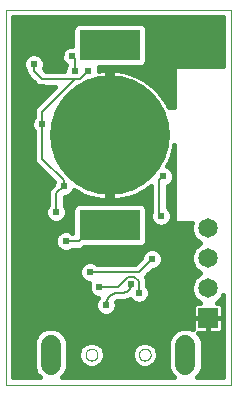
<source format=gbl>
G75*
%MOIN*%
%OFA0B0*%
%FSLAX25Y25*%
%IPPOS*%
%LPD*%
%AMOC8*
5,1,8,0,0,1.08239X$1,22.5*
%
%ADD10C,0.00000*%
%ADD11C,0.06600*%
%ADD12R,0.06500X0.06500*%
%ADD13C,0.06500*%
%ADD14C,0.40000*%
%ADD15R,0.20000X0.10000*%
%ADD16C,0.01600*%
%ADD17C,0.02400*%
%ADD18C,0.02775*%
%ADD19C,0.00800*%
D10*
X0021345Y0060541D02*
X0021345Y0185541D01*
X0096345Y0185541D01*
X0096345Y0060541D01*
X0021345Y0060541D01*
X0048018Y0070541D02*
X0048020Y0070629D01*
X0048026Y0070717D01*
X0048036Y0070805D01*
X0048050Y0070893D01*
X0048067Y0070979D01*
X0048089Y0071065D01*
X0048114Y0071149D01*
X0048144Y0071233D01*
X0048176Y0071315D01*
X0048213Y0071395D01*
X0048253Y0071474D01*
X0048297Y0071551D01*
X0048344Y0071626D01*
X0048394Y0071698D01*
X0048448Y0071769D01*
X0048504Y0071836D01*
X0048564Y0071902D01*
X0048626Y0071964D01*
X0048692Y0072024D01*
X0048759Y0072080D01*
X0048830Y0072134D01*
X0048902Y0072184D01*
X0048977Y0072231D01*
X0049054Y0072275D01*
X0049133Y0072315D01*
X0049213Y0072352D01*
X0049295Y0072384D01*
X0049379Y0072414D01*
X0049463Y0072439D01*
X0049549Y0072461D01*
X0049635Y0072478D01*
X0049723Y0072492D01*
X0049811Y0072502D01*
X0049899Y0072508D01*
X0049987Y0072510D01*
X0050075Y0072508D01*
X0050163Y0072502D01*
X0050251Y0072492D01*
X0050339Y0072478D01*
X0050425Y0072461D01*
X0050511Y0072439D01*
X0050595Y0072414D01*
X0050679Y0072384D01*
X0050761Y0072352D01*
X0050841Y0072315D01*
X0050920Y0072275D01*
X0050997Y0072231D01*
X0051072Y0072184D01*
X0051144Y0072134D01*
X0051215Y0072080D01*
X0051282Y0072024D01*
X0051348Y0071964D01*
X0051410Y0071902D01*
X0051470Y0071836D01*
X0051526Y0071769D01*
X0051580Y0071698D01*
X0051630Y0071626D01*
X0051677Y0071551D01*
X0051721Y0071474D01*
X0051761Y0071395D01*
X0051798Y0071315D01*
X0051830Y0071233D01*
X0051860Y0071149D01*
X0051885Y0071065D01*
X0051907Y0070979D01*
X0051924Y0070893D01*
X0051938Y0070805D01*
X0051948Y0070717D01*
X0051954Y0070629D01*
X0051956Y0070541D01*
X0051954Y0070453D01*
X0051948Y0070365D01*
X0051938Y0070277D01*
X0051924Y0070189D01*
X0051907Y0070103D01*
X0051885Y0070017D01*
X0051860Y0069933D01*
X0051830Y0069849D01*
X0051798Y0069767D01*
X0051761Y0069687D01*
X0051721Y0069608D01*
X0051677Y0069531D01*
X0051630Y0069456D01*
X0051580Y0069384D01*
X0051526Y0069313D01*
X0051470Y0069246D01*
X0051410Y0069180D01*
X0051348Y0069118D01*
X0051282Y0069058D01*
X0051215Y0069002D01*
X0051144Y0068948D01*
X0051072Y0068898D01*
X0050997Y0068851D01*
X0050920Y0068807D01*
X0050841Y0068767D01*
X0050761Y0068730D01*
X0050679Y0068698D01*
X0050595Y0068668D01*
X0050511Y0068643D01*
X0050425Y0068621D01*
X0050339Y0068604D01*
X0050251Y0068590D01*
X0050163Y0068580D01*
X0050075Y0068574D01*
X0049987Y0068572D01*
X0049899Y0068574D01*
X0049811Y0068580D01*
X0049723Y0068590D01*
X0049635Y0068604D01*
X0049549Y0068621D01*
X0049463Y0068643D01*
X0049379Y0068668D01*
X0049295Y0068698D01*
X0049213Y0068730D01*
X0049133Y0068767D01*
X0049054Y0068807D01*
X0048977Y0068851D01*
X0048902Y0068898D01*
X0048830Y0068948D01*
X0048759Y0069002D01*
X0048692Y0069058D01*
X0048626Y0069118D01*
X0048564Y0069180D01*
X0048504Y0069246D01*
X0048448Y0069313D01*
X0048394Y0069384D01*
X0048344Y0069456D01*
X0048297Y0069531D01*
X0048253Y0069608D01*
X0048213Y0069687D01*
X0048176Y0069767D01*
X0048144Y0069849D01*
X0048114Y0069933D01*
X0048089Y0070017D01*
X0048067Y0070103D01*
X0048050Y0070189D01*
X0048036Y0070277D01*
X0048026Y0070365D01*
X0048020Y0070453D01*
X0048018Y0070541D01*
X0065734Y0070541D02*
X0065736Y0070629D01*
X0065742Y0070717D01*
X0065752Y0070805D01*
X0065766Y0070893D01*
X0065783Y0070979D01*
X0065805Y0071065D01*
X0065830Y0071149D01*
X0065860Y0071233D01*
X0065892Y0071315D01*
X0065929Y0071395D01*
X0065969Y0071474D01*
X0066013Y0071551D01*
X0066060Y0071626D01*
X0066110Y0071698D01*
X0066164Y0071769D01*
X0066220Y0071836D01*
X0066280Y0071902D01*
X0066342Y0071964D01*
X0066408Y0072024D01*
X0066475Y0072080D01*
X0066546Y0072134D01*
X0066618Y0072184D01*
X0066693Y0072231D01*
X0066770Y0072275D01*
X0066849Y0072315D01*
X0066929Y0072352D01*
X0067011Y0072384D01*
X0067095Y0072414D01*
X0067179Y0072439D01*
X0067265Y0072461D01*
X0067351Y0072478D01*
X0067439Y0072492D01*
X0067527Y0072502D01*
X0067615Y0072508D01*
X0067703Y0072510D01*
X0067791Y0072508D01*
X0067879Y0072502D01*
X0067967Y0072492D01*
X0068055Y0072478D01*
X0068141Y0072461D01*
X0068227Y0072439D01*
X0068311Y0072414D01*
X0068395Y0072384D01*
X0068477Y0072352D01*
X0068557Y0072315D01*
X0068636Y0072275D01*
X0068713Y0072231D01*
X0068788Y0072184D01*
X0068860Y0072134D01*
X0068931Y0072080D01*
X0068998Y0072024D01*
X0069064Y0071964D01*
X0069126Y0071902D01*
X0069186Y0071836D01*
X0069242Y0071769D01*
X0069296Y0071698D01*
X0069346Y0071626D01*
X0069393Y0071551D01*
X0069437Y0071474D01*
X0069477Y0071395D01*
X0069514Y0071315D01*
X0069546Y0071233D01*
X0069576Y0071149D01*
X0069601Y0071065D01*
X0069623Y0070979D01*
X0069640Y0070893D01*
X0069654Y0070805D01*
X0069664Y0070717D01*
X0069670Y0070629D01*
X0069672Y0070541D01*
X0069670Y0070453D01*
X0069664Y0070365D01*
X0069654Y0070277D01*
X0069640Y0070189D01*
X0069623Y0070103D01*
X0069601Y0070017D01*
X0069576Y0069933D01*
X0069546Y0069849D01*
X0069514Y0069767D01*
X0069477Y0069687D01*
X0069437Y0069608D01*
X0069393Y0069531D01*
X0069346Y0069456D01*
X0069296Y0069384D01*
X0069242Y0069313D01*
X0069186Y0069246D01*
X0069126Y0069180D01*
X0069064Y0069118D01*
X0068998Y0069058D01*
X0068931Y0069002D01*
X0068860Y0068948D01*
X0068788Y0068898D01*
X0068713Y0068851D01*
X0068636Y0068807D01*
X0068557Y0068767D01*
X0068477Y0068730D01*
X0068395Y0068698D01*
X0068311Y0068668D01*
X0068227Y0068643D01*
X0068141Y0068621D01*
X0068055Y0068604D01*
X0067967Y0068590D01*
X0067879Y0068580D01*
X0067791Y0068574D01*
X0067703Y0068572D01*
X0067615Y0068574D01*
X0067527Y0068580D01*
X0067439Y0068590D01*
X0067351Y0068604D01*
X0067265Y0068621D01*
X0067179Y0068643D01*
X0067095Y0068668D01*
X0067011Y0068698D01*
X0066929Y0068730D01*
X0066849Y0068767D01*
X0066770Y0068807D01*
X0066693Y0068851D01*
X0066618Y0068898D01*
X0066546Y0068948D01*
X0066475Y0069002D01*
X0066408Y0069058D01*
X0066342Y0069118D01*
X0066280Y0069180D01*
X0066220Y0069246D01*
X0066164Y0069313D01*
X0066110Y0069384D01*
X0066060Y0069456D01*
X0066013Y0069531D01*
X0065969Y0069608D01*
X0065929Y0069687D01*
X0065892Y0069767D01*
X0065860Y0069849D01*
X0065830Y0069933D01*
X0065805Y0070017D01*
X0065783Y0070103D01*
X0065766Y0070189D01*
X0065752Y0070277D01*
X0065742Y0070365D01*
X0065736Y0070453D01*
X0065734Y0070541D01*
D11*
X0081286Y0067241D02*
X0081286Y0073841D01*
X0036404Y0073841D02*
X0036404Y0067241D01*
D12*
X0088845Y0082729D03*
D13*
X0088845Y0092729D03*
X0088845Y0102729D03*
X0088845Y0112729D03*
D14*
X0056033Y0143666D03*
D15*
X0056033Y0173666D03*
X0056033Y0113666D03*
D16*
X0056833Y0121866D02*
X0056889Y0121866D01*
X0058597Y0122001D01*
X0060289Y0122269D01*
X0061955Y0122669D01*
X0063584Y0123198D01*
X0065166Y0123854D01*
X0066693Y0124631D01*
X0068153Y0125526D01*
X0069539Y0126533D01*
X0069795Y0126752D01*
X0069795Y0117930D01*
X0069620Y0117507D01*
X0069620Y0116075D01*
X0070168Y0114752D01*
X0071181Y0113739D01*
X0072504Y0113191D01*
X0073936Y0113191D01*
X0075259Y0113739D01*
X0076272Y0114752D01*
X0076820Y0116075D01*
X0076820Y0117507D01*
X0076272Y0118831D01*
X0075395Y0119708D01*
X0075395Y0126662D01*
X0075884Y0126864D01*
X0076897Y0127877D01*
X0077445Y0129200D01*
X0077445Y0130632D01*
X0076897Y0131956D01*
X0075884Y0132968D01*
X0075194Y0133254D01*
X0075845Y0134533D01*
X0076501Y0136115D01*
X0077030Y0137744D01*
X0077430Y0139410D01*
X0077595Y0140451D01*
X0077595Y0114291D01*
X0083377Y0114291D01*
X0083195Y0113853D01*
X0083195Y0111605D01*
X0084055Y0109528D01*
X0085645Y0107939D01*
X0086152Y0107729D01*
X0085645Y0107519D01*
X0084055Y0105929D01*
X0083195Y0103853D01*
X0083195Y0101605D01*
X0084055Y0099528D01*
X0085645Y0097939D01*
X0086152Y0097729D01*
X0085645Y0097519D01*
X0084055Y0095929D01*
X0083195Y0093853D01*
X0083195Y0091605D01*
X0084055Y0089528D01*
X0085645Y0087939D01*
X0086031Y0087779D01*
X0085358Y0087779D01*
X0084900Y0087656D01*
X0084490Y0087419D01*
X0084155Y0087084D01*
X0083918Y0086674D01*
X0083795Y0086216D01*
X0083795Y0082804D01*
X0088770Y0082804D01*
X0088770Y0082654D01*
X0083795Y0082654D01*
X0083795Y0079242D01*
X0083877Y0078938D01*
X0082420Y0079541D01*
X0080152Y0079541D01*
X0078057Y0078674D01*
X0076454Y0077070D01*
X0075586Y0074975D01*
X0075586Y0066108D01*
X0076454Y0064013D01*
X0077525Y0062941D01*
X0040165Y0062941D01*
X0041236Y0064013D01*
X0042104Y0066108D01*
X0042104Y0074975D01*
X0041236Y0077070D01*
X0039633Y0078674D01*
X0037538Y0079541D01*
X0035270Y0079541D01*
X0033175Y0078674D01*
X0031572Y0077070D01*
X0030704Y0074975D01*
X0030704Y0066108D01*
X0031572Y0064013D01*
X0032643Y0062941D01*
X0023745Y0062941D01*
X0023745Y0183141D01*
X0093945Y0183141D01*
X0093945Y0166791D01*
X0077595Y0166791D01*
X0077595Y0153041D01*
X0075723Y0153041D01*
X0075068Y0154326D01*
X0074173Y0155787D01*
X0073166Y0157173D01*
X0072053Y0158476D01*
X0070842Y0159687D01*
X0069539Y0160799D01*
X0068153Y0161806D01*
X0066693Y0162701D01*
X0065166Y0163479D01*
X0063584Y0164135D01*
X0061955Y0164664D01*
X0060289Y0165064D01*
X0058597Y0165332D01*
X0056889Y0165466D01*
X0056833Y0165466D01*
X0056833Y0144466D01*
X0055233Y0144466D01*
X0055233Y0165466D01*
X0055176Y0165466D01*
X0053468Y0165332D01*
X0052445Y0165170D01*
X0052445Y0165945D01*
X0052312Y0166266D01*
X0066510Y0166266D01*
X0067392Y0166632D01*
X0068067Y0167307D01*
X0068433Y0168189D01*
X0068433Y0179144D01*
X0068067Y0180026D01*
X0067392Y0180701D01*
X0066510Y0181066D01*
X0045555Y0181066D01*
X0044673Y0180701D01*
X0043998Y0180026D01*
X0043633Y0179144D01*
X0043633Y0173516D01*
X0042817Y0173516D01*
X0041493Y0172968D01*
X0040481Y0171956D01*
X0039933Y0170632D01*
X0039933Y0169200D01*
X0040481Y0167877D01*
X0041414Y0166944D01*
X0040870Y0165632D01*
X0040870Y0165216D01*
X0034692Y0165216D01*
X0033995Y0165914D01*
X0034320Y0166700D01*
X0034320Y0168132D01*
X0033772Y0169456D01*
X0032759Y0170468D01*
X0031436Y0171016D01*
X0030004Y0171016D01*
X0028681Y0170468D01*
X0027668Y0169456D01*
X0027120Y0168132D01*
X0027120Y0166700D01*
X0027668Y0165377D01*
X0027920Y0165125D01*
X0027920Y0164672D01*
X0028346Y0163643D01*
X0029134Y0162855D01*
X0031947Y0160043D01*
X0032976Y0159616D01*
X0037710Y0159616D01*
X0031159Y0153065D01*
X0030733Y0152036D01*
X0030733Y0149708D01*
X0030481Y0149456D01*
X0029933Y0148132D01*
X0029933Y0146700D01*
X0030481Y0145377D01*
X0030733Y0145125D01*
X0030733Y0135297D01*
X0031159Y0134268D01*
X0037354Y0128072D01*
X0037120Y0127507D01*
X0037120Y0127151D01*
X0035846Y0125877D01*
X0035420Y0124848D01*
X0035420Y0120332D01*
X0035168Y0120081D01*
X0034620Y0118757D01*
X0034620Y0117325D01*
X0035168Y0116002D01*
X0036181Y0114989D01*
X0037504Y0114441D01*
X0038936Y0114441D01*
X0040259Y0114989D01*
X0041272Y0116002D01*
X0041820Y0117325D01*
X0041820Y0118757D01*
X0041272Y0120081D01*
X0041020Y0120332D01*
X0041020Y0123132D01*
X0041080Y0123191D01*
X0041436Y0123191D01*
X0042759Y0123739D01*
X0043772Y0124752D01*
X0044056Y0125438D01*
X0045372Y0124631D01*
X0046899Y0123854D01*
X0048481Y0123198D01*
X0050111Y0122669D01*
X0051776Y0122269D01*
X0053468Y0122001D01*
X0055176Y0121866D01*
X0055233Y0121866D01*
X0055233Y0142866D01*
X0056833Y0142866D01*
X0056833Y0121866D01*
X0056833Y0122883D02*
X0055233Y0122883D01*
X0055233Y0124482D02*
X0056833Y0124482D01*
X0056833Y0126080D02*
X0055233Y0126080D01*
X0055233Y0127679D02*
X0056833Y0127679D01*
X0056833Y0129277D02*
X0055233Y0129277D01*
X0055233Y0130876D02*
X0056833Y0130876D01*
X0056833Y0132474D02*
X0055233Y0132474D01*
X0055233Y0134073D02*
X0056833Y0134073D01*
X0056833Y0135671D02*
X0055233Y0135671D01*
X0055233Y0137270D02*
X0056833Y0137270D01*
X0056833Y0138868D02*
X0055233Y0138868D01*
X0055233Y0140467D02*
X0056833Y0140467D01*
X0056833Y0142065D02*
X0055233Y0142065D01*
X0055233Y0145262D02*
X0056833Y0145262D01*
X0056833Y0146861D02*
X0055233Y0146861D01*
X0055233Y0148459D02*
X0056833Y0148459D01*
X0056833Y0150058D02*
X0055233Y0150058D01*
X0055233Y0151656D02*
X0056833Y0151656D01*
X0056833Y0153255D02*
X0055233Y0153255D01*
X0055233Y0154854D02*
X0056833Y0154854D01*
X0056833Y0156452D02*
X0055233Y0156452D01*
X0055233Y0158051D02*
X0056833Y0158051D01*
X0056833Y0159649D02*
X0055233Y0159649D01*
X0055233Y0161248D02*
X0056833Y0161248D01*
X0056833Y0162846D02*
X0055233Y0162846D01*
X0055233Y0164445D02*
X0056833Y0164445D01*
X0052404Y0166043D02*
X0077595Y0166043D01*
X0077595Y0164445D02*
X0062630Y0164445D01*
X0066409Y0162846D02*
X0077595Y0162846D01*
X0077595Y0161248D02*
X0068923Y0161248D01*
X0070880Y0159649D02*
X0077595Y0159649D01*
X0077595Y0158051D02*
X0072416Y0158051D01*
X0073690Y0156452D02*
X0077595Y0156452D01*
X0077595Y0154854D02*
X0074745Y0154854D01*
X0075614Y0153255D02*
X0077595Y0153255D01*
X0077595Y0138868D02*
X0077300Y0138868D01*
X0077595Y0137270D02*
X0076876Y0137270D01*
X0076317Y0135671D02*
X0077595Y0135671D01*
X0077595Y0134073D02*
X0075611Y0134073D01*
X0076378Y0132474D02*
X0077595Y0132474D01*
X0077595Y0130876D02*
X0077344Y0130876D01*
X0077445Y0129277D02*
X0077595Y0129277D01*
X0077595Y0127679D02*
X0076699Y0127679D01*
X0077595Y0126080D02*
X0075395Y0126080D01*
X0075395Y0124482D02*
X0077595Y0124482D01*
X0077595Y0122883D02*
X0075395Y0122883D01*
X0075395Y0121285D02*
X0077595Y0121285D01*
X0077595Y0119686D02*
X0075416Y0119686D01*
X0076580Y0118088D02*
X0077595Y0118088D01*
X0077595Y0116489D02*
X0076820Y0116489D01*
X0076329Y0114891D02*
X0077595Y0114891D01*
X0074180Y0113292D02*
X0083195Y0113292D01*
X0083195Y0111694D02*
X0068433Y0111694D01*
X0068433Y0113292D02*
X0072261Y0113292D01*
X0070111Y0114891D02*
X0068433Y0114891D01*
X0068433Y0116489D02*
X0069620Y0116489D01*
X0069795Y0118088D02*
X0068433Y0118088D01*
X0068433Y0119144D02*
X0068067Y0120026D01*
X0067392Y0120701D01*
X0066510Y0121066D01*
X0045555Y0121066D01*
X0044673Y0120701D01*
X0043998Y0120026D01*
X0043633Y0119144D01*
X0043633Y0111157D01*
X0043384Y0111406D01*
X0042061Y0111954D01*
X0040629Y0111954D01*
X0039306Y0111406D01*
X0038293Y0110393D01*
X0037745Y0109070D01*
X0037745Y0107638D01*
X0038293Y0106315D01*
X0039306Y0105302D01*
X0040629Y0104754D01*
X0042061Y0104754D01*
X0043384Y0105302D01*
X0043636Y0105554D01*
X0046277Y0105554D01*
X0047306Y0105980D01*
X0047592Y0106266D01*
X0066510Y0106266D01*
X0067392Y0106632D01*
X0068067Y0107307D01*
X0068433Y0108189D01*
X0068433Y0119144D01*
X0068208Y0119686D02*
X0069795Y0119686D01*
X0069795Y0121285D02*
X0041020Y0121285D01*
X0041020Y0122883D02*
X0049450Y0122883D01*
X0045666Y0124482D02*
X0043502Y0124482D01*
X0043857Y0119686D02*
X0041435Y0119686D01*
X0041820Y0118088D02*
X0043633Y0118088D01*
X0043633Y0116489D02*
X0041474Y0116489D01*
X0040021Y0114891D02*
X0043633Y0114891D01*
X0043633Y0113292D02*
X0023745Y0113292D01*
X0023745Y0111694D02*
X0040001Y0111694D01*
X0038170Y0110095D02*
X0023745Y0110095D01*
X0023745Y0108497D02*
X0037745Y0108497D01*
X0038051Y0106898D02*
X0023745Y0106898D01*
X0023745Y0105300D02*
X0039311Y0105300D01*
X0043379Y0105300D02*
X0067887Y0105300D01*
X0068056Y0105468D02*
X0067043Y0104456D01*
X0066495Y0103132D01*
X0066495Y0102776D01*
X0064560Y0100841D01*
X0051761Y0100841D01*
X0051509Y0101093D01*
X0050186Y0101641D01*
X0048754Y0101641D01*
X0047431Y0101093D01*
X0046418Y0100081D01*
X0045870Y0098757D01*
X0045870Y0097325D01*
X0046418Y0096002D01*
X0047431Y0094989D01*
X0048754Y0094441D01*
X0049278Y0094441D01*
X0048995Y0093757D01*
X0048995Y0092325D01*
X0049543Y0091002D01*
X0050556Y0089989D01*
X0051879Y0089441D01*
X0052029Y0089441D01*
X0051731Y0089143D01*
X0051183Y0087820D01*
X0051183Y0086388D01*
X0051731Y0085065D01*
X0052743Y0084052D01*
X0054067Y0083504D01*
X0055499Y0083504D01*
X0056822Y0084052D01*
X0057835Y0085065D01*
X0058383Y0086388D01*
X0058383Y0087820D01*
X0058230Y0088189D01*
X0058599Y0088342D01*
X0058845Y0088366D01*
X0060031Y0088366D01*
X0061110Y0088317D01*
X0061110Y0088317D01*
X0062849Y0088946D01*
X0063681Y0088114D01*
X0065004Y0087566D01*
X0066436Y0087566D01*
X0067759Y0088114D01*
X0068772Y0089127D01*
X0069320Y0090450D01*
X0069320Y0091882D01*
X0068772Y0093206D01*
X0068520Y0093458D01*
X0068520Y0095473D01*
X0068108Y0096469D01*
X0070455Y0098816D01*
X0070811Y0098816D01*
X0072134Y0099364D01*
X0073147Y0100377D01*
X0073695Y0101700D01*
X0073695Y0103132D01*
X0073147Y0104456D01*
X0072134Y0105468D01*
X0070811Y0106016D01*
X0069379Y0106016D01*
X0068056Y0105468D01*
X0067659Y0106898D02*
X0085024Y0106898D01*
X0085087Y0108497D02*
X0068433Y0108497D01*
X0068433Y0110095D02*
X0083821Y0110095D01*
X0083795Y0105300D02*
X0072303Y0105300D01*
X0073460Y0103701D02*
X0083195Y0103701D01*
X0083195Y0102103D02*
X0073695Y0102103D01*
X0073200Y0100504D02*
X0083651Y0100504D01*
X0084678Y0098906D02*
X0071027Y0098906D01*
X0068946Y0097307D02*
X0085433Y0097307D01*
X0083964Y0095709D02*
X0068423Y0095709D01*
X0068520Y0094110D02*
X0083302Y0094110D01*
X0083195Y0092512D02*
X0069060Y0092512D01*
X0069320Y0090913D02*
X0083482Y0090913D01*
X0084269Y0089315D02*
X0068850Y0089315D01*
X0066798Y0087716D02*
X0085124Y0087716D01*
X0083795Y0086118D02*
X0058271Y0086118D01*
X0058383Y0087716D02*
X0064643Y0087716D01*
X0057289Y0084519D02*
X0083795Y0084519D01*
X0083795Y0082920D02*
X0023745Y0082920D01*
X0023745Y0081322D02*
X0083795Y0081322D01*
X0083795Y0079723D02*
X0023745Y0079723D01*
X0023745Y0078125D02*
X0032627Y0078125D01*
X0031347Y0076526D02*
X0023745Y0076526D01*
X0023745Y0074928D02*
X0030704Y0074928D01*
X0030704Y0073329D02*
X0023745Y0073329D01*
X0023745Y0071731D02*
X0030704Y0071731D01*
X0030704Y0070132D02*
X0023745Y0070132D01*
X0023745Y0068534D02*
X0030704Y0068534D01*
X0030704Y0066935D02*
X0023745Y0066935D01*
X0023745Y0065337D02*
X0031023Y0065337D01*
X0031846Y0063738D02*
X0023745Y0063738D01*
X0023745Y0084519D02*
X0052276Y0084519D01*
X0051295Y0086118D02*
X0023745Y0086118D01*
X0023745Y0087716D02*
X0051183Y0087716D01*
X0051902Y0089315D02*
X0023745Y0089315D01*
X0023745Y0090913D02*
X0049632Y0090913D01*
X0048995Y0092512D02*
X0023745Y0092512D01*
X0023745Y0094110D02*
X0049141Y0094110D01*
X0046712Y0095709D02*
X0023745Y0095709D01*
X0023745Y0097307D02*
X0045878Y0097307D01*
X0045932Y0098906D02*
X0023745Y0098906D01*
X0023745Y0100504D02*
X0046842Y0100504D01*
X0043633Y0111694D02*
X0042689Y0111694D01*
X0036419Y0114891D02*
X0023745Y0114891D01*
X0023745Y0116489D02*
X0034966Y0116489D01*
X0034620Y0118088D02*
X0023745Y0118088D01*
X0023745Y0119686D02*
X0035005Y0119686D01*
X0035420Y0121285D02*
X0023745Y0121285D01*
X0023745Y0122883D02*
X0035420Y0122883D01*
X0035420Y0124482D02*
X0023745Y0124482D01*
X0023745Y0126080D02*
X0036049Y0126080D01*
X0037191Y0127679D02*
X0023745Y0127679D01*
X0023745Y0129277D02*
X0036149Y0129277D01*
X0034551Y0130876D02*
X0023745Y0130876D01*
X0023745Y0132474D02*
X0032952Y0132474D01*
X0031354Y0134073D02*
X0023745Y0134073D01*
X0023745Y0135671D02*
X0030733Y0135671D01*
X0030733Y0137270D02*
X0023745Y0137270D01*
X0023745Y0138868D02*
X0030733Y0138868D01*
X0030733Y0140467D02*
X0023745Y0140467D01*
X0023745Y0142065D02*
X0030733Y0142065D01*
X0030733Y0143664D02*
X0023745Y0143664D01*
X0023745Y0145262D02*
X0030595Y0145262D01*
X0029933Y0146861D02*
X0023745Y0146861D01*
X0023745Y0148459D02*
X0030068Y0148459D01*
X0030733Y0150058D02*
X0023745Y0150058D01*
X0023745Y0151656D02*
X0030733Y0151656D01*
X0031349Y0153255D02*
X0023745Y0153255D01*
X0023745Y0154854D02*
X0032948Y0154854D01*
X0034546Y0156452D02*
X0023745Y0156452D01*
X0023745Y0158051D02*
X0036145Y0158051D01*
X0032897Y0159649D02*
X0023745Y0159649D01*
X0023745Y0161248D02*
X0030742Y0161248D01*
X0029143Y0162846D02*
X0023745Y0162846D01*
X0023745Y0164445D02*
X0028014Y0164445D01*
X0027392Y0166043D02*
X0023745Y0166043D01*
X0023745Y0167642D02*
X0027120Y0167642D01*
X0027579Y0169240D02*
X0023745Y0169240D01*
X0023745Y0170839D02*
X0029575Y0170839D01*
X0031865Y0170839D02*
X0040018Y0170839D01*
X0039933Y0169240D02*
X0033861Y0169240D01*
X0034320Y0167642D02*
X0040716Y0167642D01*
X0041040Y0166043D02*
X0034048Y0166043D01*
X0040962Y0172437D02*
X0023745Y0172437D01*
X0023745Y0174036D02*
X0043633Y0174036D01*
X0043633Y0175634D02*
X0023745Y0175634D01*
X0023745Y0177233D02*
X0043633Y0177233D01*
X0043633Y0178831D02*
X0023745Y0178831D01*
X0023745Y0180430D02*
X0044402Y0180430D01*
X0023745Y0182028D02*
X0093945Y0182028D01*
X0093945Y0180430D02*
X0067663Y0180430D01*
X0068433Y0178831D02*
X0093945Y0178831D01*
X0093945Y0177233D02*
X0068433Y0177233D01*
X0068433Y0175634D02*
X0093945Y0175634D01*
X0093945Y0174036D02*
X0068433Y0174036D01*
X0068433Y0172437D02*
X0093945Y0172437D01*
X0093945Y0170839D02*
X0068433Y0170839D01*
X0068433Y0169240D02*
X0093945Y0169240D01*
X0093945Y0167642D02*
X0068206Y0167642D01*
X0068916Y0126080D02*
X0069795Y0126080D01*
X0069795Y0124482D02*
X0066399Y0124482D01*
X0069795Y0122883D02*
X0062615Y0122883D01*
X0066731Y0103701D02*
X0023745Y0103701D01*
X0023745Y0102103D02*
X0065822Y0102103D01*
X0077509Y0078125D02*
X0040182Y0078125D01*
X0041462Y0076526D02*
X0076229Y0076526D01*
X0075586Y0074928D02*
X0042104Y0074928D01*
X0042104Y0073329D02*
X0046597Y0073329D01*
X0046283Y0073016D02*
X0045618Y0071410D01*
X0045618Y0069672D01*
X0046283Y0068067D01*
X0047512Y0066838D01*
X0049118Y0066173D01*
X0050856Y0066173D01*
X0052461Y0066838D01*
X0053690Y0068067D01*
X0054355Y0069672D01*
X0054355Y0071410D01*
X0053690Y0073016D01*
X0052461Y0074245D01*
X0050856Y0074910D01*
X0049118Y0074910D01*
X0047512Y0074245D01*
X0046283Y0073016D01*
X0045751Y0071731D02*
X0042104Y0071731D01*
X0042104Y0070132D02*
X0045618Y0070132D01*
X0046090Y0068534D02*
X0042104Y0068534D01*
X0042104Y0066935D02*
X0047415Y0066935D01*
X0052559Y0066935D02*
X0065131Y0066935D01*
X0065229Y0066838D02*
X0066834Y0066173D01*
X0068572Y0066173D01*
X0070178Y0066838D01*
X0071407Y0068067D01*
X0072072Y0069672D01*
X0072072Y0071410D01*
X0071407Y0073016D01*
X0070178Y0074245D01*
X0068572Y0074910D01*
X0066834Y0074910D01*
X0065229Y0074245D01*
X0064000Y0073016D01*
X0063335Y0071410D01*
X0063335Y0069672D01*
X0064000Y0068067D01*
X0065229Y0066838D01*
X0063806Y0068534D02*
X0053884Y0068534D01*
X0054355Y0070132D02*
X0063335Y0070132D01*
X0063468Y0071731D02*
X0054223Y0071731D01*
X0053377Y0073329D02*
X0064313Y0073329D01*
X0070275Y0066935D02*
X0075586Y0066935D01*
X0075586Y0068534D02*
X0071600Y0068534D01*
X0072072Y0070132D02*
X0075586Y0070132D01*
X0075586Y0071731D02*
X0071939Y0071731D01*
X0071093Y0073329D02*
X0075586Y0073329D01*
X0075905Y0065337D02*
X0041785Y0065337D01*
X0040962Y0063738D02*
X0076728Y0063738D01*
X0085047Y0062941D02*
X0086118Y0064013D01*
X0086986Y0066108D01*
X0086986Y0074975D01*
X0086118Y0077070D01*
X0085510Y0077679D01*
X0088770Y0077679D01*
X0088770Y0082654D01*
X0088920Y0082654D01*
X0088920Y0082804D01*
X0093895Y0082804D01*
X0093895Y0086216D01*
X0093772Y0086674D01*
X0093535Y0087084D01*
X0093200Y0087419D01*
X0092790Y0087656D01*
X0092332Y0087779D01*
X0091659Y0087779D01*
X0092046Y0087939D01*
X0093635Y0089528D01*
X0093945Y0090277D01*
X0093945Y0062941D01*
X0085047Y0062941D01*
X0085844Y0063738D02*
X0093945Y0063738D01*
X0093945Y0065337D02*
X0086667Y0065337D01*
X0086986Y0066935D02*
X0093945Y0066935D01*
X0093945Y0068534D02*
X0086986Y0068534D01*
X0086986Y0070132D02*
X0093945Y0070132D01*
X0093945Y0071731D02*
X0086986Y0071731D01*
X0086986Y0073329D02*
X0093945Y0073329D01*
X0093945Y0074928D02*
X0086986Y0074928D01*
X0086344Y0076526D02*
X0093945Y0076526D01*
X0093945Y0078125D02*
X0093287Y0078125D01*
X0093200Y0078038D02*
X0093535Y0078374D01*
X0093772Y0078784D01*
X0093895Y0079242D01*
X0093895Y0082654D01*
X0088920Y0082654D01*
X0088920Y0077679D01*
X0092332Y0077679D01*
X0092790Y0077802D01*
X0093200Y0078038D01*
X0093895Y0079723D02*
X0093945Y0079723D01*
X0093895Y0081322D02*
X0093945Y0081322D01*
X0093895Y0082920D02*
X0093945Y0082920D01*
X0093895Y0084519D02*
X0093945Y0084519D01*
X0093895Y0086118D02*
X0093945Y0086118D01*
X0093945Y0087716D02*
X0092566Y0087716D01*
X0093421Y0089315D02*
X0093945Y0089315D01*
X0088920Y0081322D02*
X0088770Y0081322D01*
X0088770Y0079723D02*
X0088920Y0079723D01*
X0088920Y0078125D02*
X0088770Y0078125D01*
D17*
X0092595Y0064291D03*
X0078845Y0094291D03*
X0070095Y0102416D03*
X0070095Y0108041D03*
X0073220Y0116791D03*
X0068845Y0118666D03*
X0073845Y0129916D03*
X0076033Y0133354D03*
X0056345Y0121791D03*
X0049470Y0098041D03*
X0052595Y0093041D03*
X0054783Y0087104D03*
X0050095Y0086791D03*
X0046345Y0064291D03*
X0058845Y0064291D03*
X0071345Y0064291D03*
X0065720Y0091166D03*
X0063176Y0093979D03*
X0041345Y0108354D03*
X0038220Y0118041D03*
X0040720Y0126791D03*
X0033220Y0118041D03*
X0031345Y0133041D03*
X0033533Y0147416D03*
X0033533Y0159604D03*
X0030720Y0167416D03*
X0038845Y0175541D03*
X0043533Y0169916D03*
X0044470Y0164916D03*
X0048845Y0165229D03*
X0026345Y0180541D03*
X0026345Y0101791D03*
X0033845Y0086166D03*
X0025095Y0064291D03*
X0076345Y0173041D03*
X0087595Y0173041D03*
X0091970Y0181791D03*
D18*
X0076345Y0154291D03*
D19*
X0073845Y0129916D02*
X0072595Y0128666D01*
X0072595Y0117416D01*
X0073220Y0116791D01*
X0070095Y0102416D02*
X0065720Y0098041D01*
X0049470Y0098041D01*
X0052595Y0093041D02*
X0058845Y0093041D01*
X0062283Y0096479D01*
X0064158Y0096479D01*
X0065720Y0094916D01*
X0065720Y0091166D01*
X0060095Y0091166D02*
X0058845Y0091166D01*
X0060095Y0091166D02*
X0060203Y0091163D01*
X0060310Y0091164D01*
X0060418Y0091169D01*
X0060525Y0091178D01*
X0060632Y0091191D01*
X0060739Y0091207D01*
X0060845Y0091228D01*
X0060950Y0091252D01*
X0061054Y0091281D01*
X0061156Y0091313D01*
X0061258Y0091348D01*
X0061358Y0091388D01*
X0061457Y0091431D01*
X0061554Y0091477D01*
X0061650Y0091528D01*
X0061743Y0091581D01*
X0061835Y0091638D01*
X0061924Y0091699D01*
X0062011Y0091762D01*
X0062096Y0091829D01*
X0062178Y0091898D01*
X0062257Y0091971D01*
X0062334Y0092047D01*
X0062408Y0092125D01*
X0062480Y0092206D01*
X0062548Y0092289D01*
X0062613Y0092375D01*
X0062675Y0092463D01*
X0062733Y0092554D01*
X0062789Y0092646D01*
X0062840Y0092741D01*
X0062889Y0092837D01*
X0062934Y0092935D01*
X0062975Y0093035D01*
X0063012Y0093136D01*
X0063046Y0093238D01*
X0063076Y0093341D01*
X0063103Y0093446D01*
X0063125Y0093551D01*
X0063144Y0093657D01*
X0063158Y0093764D01*
X0063169Y0093871D01*
X0063176Y0093979D01*
X0058845Y0091166D02*
X0058720Y0091164D01*
X0058595Y0091158D01*
X0058470Y0091149D01*
X0058346Y0091135D01*
X0058222Y0091118D01*
X0058099Y0091097D01*
X0057976Y0091072D01*
X0057854Y0091043D01*
X0057733Y0091011D01*
X0057614Y0090975D01*
X0057495Y0090935D01*
X0057378Y0090892D01*
X0057262Y0090845D01*
X0057147Y0090794D01*
X0057034Y0090740D01*
X0056923Y0090683D01*
X0056814Y0090622D01*
X0056707Y0090558D01*
X0056601Y0090490D01*
X0056498Y0090419D01*
X0056397Y0090346D01*
X0056298Y0090269D01*
X0056202Y0090189D01*
X0056108Y0090106D01*
X0056017Y0090020D01*
X0055929Y0089932D01*
X0055843Y0089841D01*
X0055760Y0089747D01*
X0055680Y0089651D01*
X0055603Y0089552D01*
X0055530Y0089451D01*
X0055459Y0089348D01*
X0055391Y0089242D01*
X0055327Y0089135D01*
X0055266Y0089026D01*
X0055209Y0088915D01*
X0055155Y0088802D01*
X0055104Y0088687D01*
X0055057Y0088571D01*
X0055014Y0088454D01*
X0054974Y0088335D01*
X0054938Y0088216D01*
X0054906Y0088095D01*
X0054877Y0087973D01*
X0054852Y0087850D01*
X0054831Y0087727D01*
X0054814Y0087603D01*
X0054800Y0087479D01*
X0054791Y0087354D01*
X0054785Y0087229D01*
X0054783Y0087104D01*
X0045720Y0108354D02*
X0050720Y0113354D01*
X0055720Y0113354D01*
X0056033Y0113666D01*
X0045720Y0108354D02*
X0041345Y0108354D01*
X0038220Y0118041D02*
X0038220Y0124291D01*
X0040720Y0126791D01*
X0040720Y0128666D01*
X0033533Y0135854D01*
X0033533Y0147416D01*
X0033533Y0151479D01*
X0044158Y0162104D01*
X0044158Y0162416D01*
X0046033Y0162416D01*
X0048845Y0165229D01*
X0044470Y0164916D02*
X0044470Y0169291D01*
X0043533Y0169916D01*
X0044158Y0162416D02*
X0033533Y0162416D01*
X0030720Y0165229D01*
X0030720Y0167416D01*
M02*

</source>
